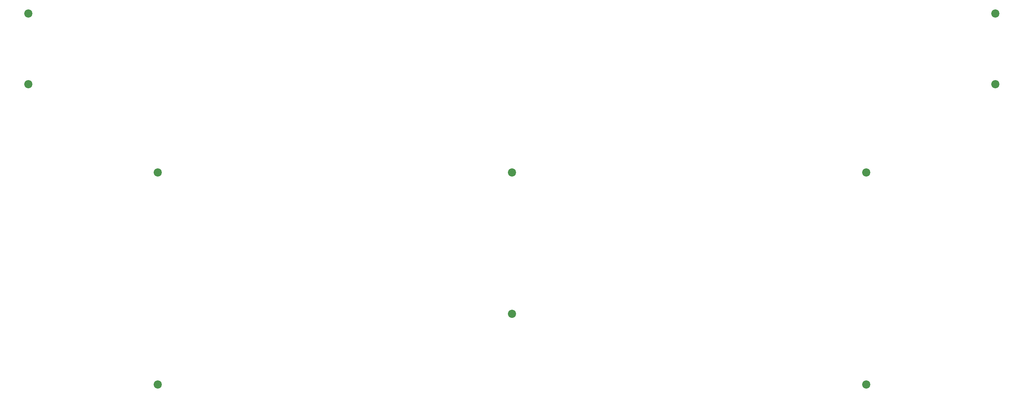
<source format=gbr>
%TF.GenerationSoftware,KiCad,Pcbnew,(5.99.0-176-g31e38f2fd)*%
%TF.CreationDate,2019-12-28T01:19:33+01:00*%
%TF.ProjectId,5x14_ortho_keyboard_elite-c_backplate,35783134-5f6f-4727-9468-6f5f6b657962,rev?*%
%TF.SameCoordinates,Original*%
%TF.FileFunction,NonPlated,1,2,NPTH,Drill*%
%TF.FilePolarity,Positive*%
%FSLAX46Y46*%
G04 Gerber Fmt 4.6, Leading zero omitted, Abs format (unit mm)*
G04 Created by KiCad (PCBNEW (5.99.0-176-g31e38f2fd)) date 2019-12-28 01:19:33*
%MOMM*%
%LPD*%
G04 APERTURE LIST*
%TA.AperFunction,ComponentDrill*%
%ADD10C,2.200000*%
%TD*%
G04 APERTURE END LIST*
D10*
%TO.C,REF\002A\002A*%
X279225000Y-57956250D03*
X244475000Y-138906250D03*
X244475000Y-81756250D03*
X149225000Y-81756250D03*
X53975000Y-81756250D03*
X19225000Y-57956250D03*
X19225000Y-38956250D03*
X279225000Y-38956250D03*
X149225000Y-119856250D03*
X53975000Y-138906250D03*
M02*

</source>
